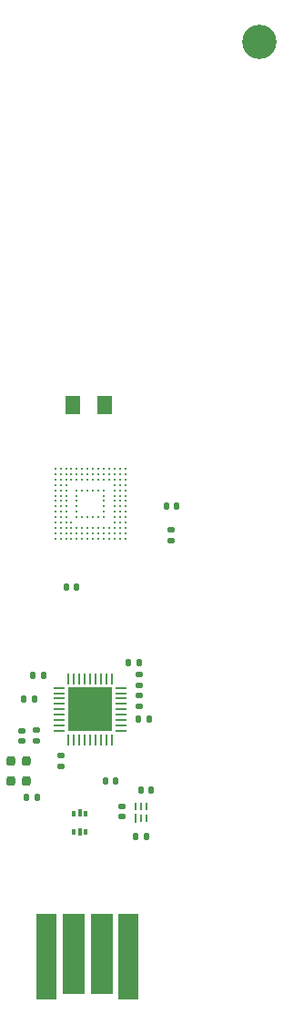
<source format=gts>
%TF.GenerationSoftware,KiCad,Pcbnew,8.0.4*%
%TF.CreationDate,2024-11-17T15:32:07-07:00*%
%TF.ProjectId,chrimbus2023,63687269-6d62-4757-9332-3032332e6b69,rev?*%
%TF.SameCoordinates,Original*%
%TF.FileFunction,Soldermask,Top*%
%TF.FilePolarity,Negative*%
%FSLAX46Y46*%
G04 Gerber Fmt 4.6, Leading zero omitted, Abs format (unit mm)*
G04 Created by KiCad (PCBNEW 8.0.4) date 2024-11-17 15:32:07*
%MOMM*%
%LPD*%
G01*
G04 APERTURE LIST*
G04 Aperture macros list*
%AMRoundRect*
0 Rectangle with rounded corners*
0 $1 Rounding radius*
0 $2 $3 $4 $5 $6 $7 $8 $9 X,Y pos of 4 corners*
0 Add a 4 corners polygon primitive as box body*
4,1,4,$2,$3,$4,$5,$6,$7,$8,$9,$2,$3,0*
0 Add four circle primitives for the rounded corners*
1,1,$1+$1,$2,$3*
1,1,$1+$1,$4,$5*
1,1,$1+$1,$6,$7*
1,1,$1+$1,$8,$9*
0 Add four rect primitives between the rounded corners*
20,1,$1+$1,$2,$3,$4,$5,0*
20,1,$1+$1,$4,$5,$6,$7,0*
20,1,$1+$1,$6,$7,$8,$9,0*
20,1,$1+$1,$8,$9,$2,$3,0*%
G04 Aperture macros list end*
%ADD10RoundRect,0.062500X0.062500X-0.475000X0.062500X0.475000X-0.062500X0.475000X-0.062500X-0.475000X0*%
%ADD11RoundRect,0.062500X0.475000X-0.062500X0.475000X0.062500X-0.475000X0.062500X-0.475000X-0.062500X0*%
%ADD12R,4.100000X4.100000*%
%ADD13RoundRect,0.140000X-0.140000X-0.170000X0.140000X-0.170000X0.140000X0.170000X-0.140000X0.170000X0*%
%ADD14R,0.375000X0.500000*%
%ADD15R,0.300000X0.650000*%
%ADD16RoundRect,0.140000X0.140000X0.170000X-0.140000X0.170000X-0.140000X-0.170000X0.140000X-0.170000X0*%
%ADD17RoundRect,0.140000X-0.170000X0.140000X-0.170000X-0.140000X0.170000X-0.140000X0.170000X0.140000X0*%
%ADD18RoundRect,0.200000X0.200000X0.250000X-0.200000X0.250000X-0.200000X-0.250000X0.200000X-0.250000X0*%
%ADD19R,1.900000X8.000000*%
%ADD20R,2.000000X7.500000*%
%ADD21RoundRect,0.135000X-0.185000X0.135000X-0.185000X-0.135000X0.185000X-0.135000X0.185000X0.135000X0*%
%ADD22C,0.290000*%
%ADD23R,0.280000X0.850000*%
%ADD24R,0.280000X0.750000*%
%ADD25C,3.200000*%
%ADD26RoundRect,0.135000X0.135000X0.185000X-0.135000X0.185000X-0.135000X-0.185000X0.135000X-0.185000X0*%
%ADD27RoundRect,0.250001X0.462499X0.624999X-0.462499X0.624999X-0.462499X-0.624999X0.462499X-0.624999X0*%
%ADD28RoundRect,0.135000X0.185000X-0.135000X0.185000X0.135000X-0.185000X0.135000X-0.185000X-0.135000X0*%
G04 APERTURE END LIST*
D10*
X72715234Y-133270799D03*
X73215234Y-133270799D03*
X73715234Y-133270799D03*
X74215234Y-133270799D03*
X74715234Y-133270799D03*
X75215234Y-133270799D03*
X75715234Y-133270799D03*
X76215234Y-133270799D03*
X76715234Y-133270799D03*
D11*
X77552734Y-132433299D03*
X77552734Y-131933299D03*
X77552734Y-131433299D03*
X77552734Y-130933299D03*
X77552734Y-130433299D03*
X77552734Y-129933299D03*
X77552734Y-129433299D03*
X77552734Y-128933299D03*
X77552734Y-128433299D03*
D10*
X76715234Y-127595799D03*
X76215234Y-127595799D03*
X75715234Y-127595799D03*
X75215234Y-127595799D03*
X74715234Y-127595799D03*
X74215234Y-127595799D03*
X73715234Y-127595799D03*
X73215234Y-127595799D03*
X72715234Y-127595799D03*
D11*
X71877734Y-128433299D03*
X71877734Y-128933299D03*
X71877734Y-129433299D03*
X71877734Y-129933299D03*
X71877734Y-130433299D03*
X71877734Y-130933299D03*
X71877734Y-131433299D03*
X71877734Y-131933299D03*
X71877734Y-132433299D03*
D12*
X74715234Y-130433299D03*
D13*
X68815634Y-138611499D03*
X69775634Y-138611499D03*
D14*
X73215634Y-141811499D03*
D15*
X73753134Y-141886499D03*
D14*
X74290634Y-141811499D03*
X74290634Y-140111499D03*
D15*
X73753134Y-140036499D03*
D14*
X73215634Y-140111499D03*
D16*
X82755634Y-111561499D03*
X81795634Y-111561499D03*
D17*
X79275634Y-129181499D03*
X79275634Y-130141499D03*
D18*
X68809834Y-137123099D03*
X68809834Y-135273099D03*
X67359834Y-135273099D03*
X67359834Y-137123099D03*
D16*
X79255634Y-126061499D03*
X78295634Y-126061499D03*
D17*
X68364234Y-132416099D03*
X68364234Y-133376099D03*
D19*
X78300000Y-153440000D03*
D20*
X75790000Y-153190000D03*
X73190000Y-153190000D03*
D19*
X70680000Y-153440000D03*
D21*
X71971034Y-134720899D03*
X71971034Y-135740899D03*
D22*
X71475634Y-114561499D03*
X71475634Y-113561499D03*
X71475634Y-113061499D03*
X71475634Y-112561499D03*
X71475634Y-112061499D03*
X71475634Y-110561499D03*
X71475634Y-110061499D03*
X71475634Y-109561499D03*
X71475634Y-109061499D03*
X71475634Y-108561499D03*
X71475634Y-108061499D03*
X71975634Y-114561499D03*
X71975634Y-114061499D03*
X71475634Y-114061499D03*
X71975634Y-113561499D03*
X72975634Y-114561499D03*
X72975634Y-114061499D03*
X72475634Y-113561499D03*
X71975634Y-113061499D03*
X71975634Y-112561499D03*
X72475634Y-112561499D03*
X71975634Y-112061499D03*
X71975634Y-111561499D03*
X71475634Y-111061499D03*
X71975634Y-111061499D03*
X71975634Y-110561499D03*
X71975634Y-110061499D03*
X71975634Y-109561499D03*
X71975634Y-109061499D03*
X71975634Y-108561499D03*
X71975634Y-108061499D03*
X72475634Y-114561499D03*
X72475634Y-114061499D03*
X72475634Y-113061499D03*
X72975634Y-113061499D03*
X72475634Y-112061499D03*
X72475634Y-111561499D03*
X72475634Y-111061499D03*
X72475634Y-110561499D03*
X72475634Y-110061499D03*
X72475634Y-109561499D03*
X72475634Y-109061499D03*
X72475634Y-108561499D03*
X72475634Y-108061499D03*
X72975634Y-113561499D03*
X72975634Y-109061499D03*
X72975634Y-108561499D03*
X72975634Y-108061499D03*
X73475634Y-114561499D03*
X73475634Y-114061499D03*
X73475634Y-113561499D03*
X73475634Y-112561499D03*
X73475634Y-112061499D03*
X73475634Y-111561499D03*
X73475634Y-111061499D03*
X73475634Y-110561499D03*
X73475634Y-110061499D03*
X73475634Y-109061499D03*
X73475634Y-108561499D03*
X73475634Y-108061499D03*
X73975634Y-114561499D03*
X73975634Y-114061499D03*
X73975634Y-113561499D03*
X73975634Y-112561499D03*
X73975634Y-110061499D03*
X73975634Y-109061499D03*
X73975634Y-108561499D03*
X73975634Y-108061499D03*
X74475634Y-114561499D03*
X74475634Y-114061499D03*
X74475634Y-113561499D03*
X74475634Y-112561499D03*
X74475634Y-110061499D03*
X74475634Y-109061499D03*
X74475634Y-108561499D03*
X74475634Y-108061499D03*
X74975634Y-114561499D03*
X74975634Y-114061499D03*
X74975634Y-113561499D03*
X74975634Y-112561499D03*
X74975634Y-110061499D03*
X74975634Y-109061499D03*
X74975634Y-108561499D03*
X74975634Y-108061499D03*
X75475634Y-114561499D03*
X75475634Y-114061499D03*
X75475634Y-113561499D03*
X75475634Y-112561499D03*
X75475634Y-110061499D03*
X75475634Y-109061499D03*
X75475634Y-108561499D03*
X75475634Y-108061499D03*
X75975634Y-114561499D03*
X75975634Y-114061499D03*
X75975634Y-113561499D03*
X75975634Y-112561499D03*
X75975634Y-112061499D03*
X75975634Y-111561499D03*
X75975634Y-111061499D03*
X75975634Y-110561499D03*
X75975634Y-110061499D03*
X75975634Y-109061499D03*
X75975634Y-108561499D03*
X75975634Y-108061499D03*
X76475634Y-114561499D03*
X76475634Y-114061499D03*
X76475634Y-113561499D03*
X76475634Y-109061499D03*
X76475634Y-108561499D03*
X76475634Y-108061499D03*
X76975634Y-114561499D03*
X76975634Y-114061499D03*
X76975634Y-113561499D03*
X76975634Y-113061499D03*
X76975634Y-112561499D03*
X76975634Y-112061499D03*
X76975634Y-111561499D03*
X76975634Y-111061499D03*
X76975634Y-110561499D03*
X76975634Y-110061499D03*
X76975634Y-109561499D03*
X76975634Y-109061499D03*
X76975634Y-108561499D03*
X76975634Y-108061499D03*
X77475634Y-114561499D03*
X77475634Y-114061499D03*
X77475634Y-113561499D03*
X77475634Y-113061499D03*
X77475634Y-112561499D03*
X77475634Y-112061499D03*
X77475634Y-111561499D03*
X77475634Y-111061499D03*
X77475634Y-110561499D03*
X77475634Y-110061499D03*
X77475634Y-109561499D03*
X77475634Y-109061499D03*
X77475634Y-108561499D03*
X77475634Y-108061499D03*
X77975634Y-114561499D03*
X77975634Y-114061499D03*
X77975634Y-113561499D03*
X77975634Y-113061499D03*
X77975634Y-112561499D03*
X77975634Y-112061499D03*
X77975634Y-111561499D03*
X77975634Y-111061499D03*
X77975634Y-110561499D03*
X77975634Y-109561499D03*
X77975634Y-109061499D03*
X77975634Y-108561499D03*
X77975634Y-108061499D03*
X71475634Y-111561499D03*
X77975634Y-110061499D03*
D13*
X78984034Y-142268699D03*
X79944034Y-142268699D03*
D23*
X78964034Y-140558499D03*
D24*
X79464034Y-140608499D03*
X79964034Y-140608499D03*
X79964034Y-139458499D03*
X79464034Y-139458499D03*
X78964034Y-139458499D03*
D13*
X79469234Y-137976099D03*
X80429234Y-137976099D03*
D25*
X90425634Y-68311499D03*
D17*
X77686034Y-139477299D03*
X77686034Y-140437299D03*
D26*
X69545634Y-129461499D03*
X68525634Y-129461499D03*
D13*
X72495634Y-119061499D03*
X73455634Y-119061499D03*
D17*
X82225634Y-113751499D03*
X82225634Y-114711499D03*
D13*
X76145634Y-137061499D03*
X77105634Y-137061499D03*
D21*
X69735834Y-132384099D03*
X69735834Y-133404099D03*
D27*
X76050634Y-102111499D03*
X73075634Y-102111499D03*
D13*
X79215634Y-131311499D03*
X80175634Y-131311499D03*
D26*
X70385634Y-127261499D03*
X69365634Y-127261499D03*
D28*
X79275634Y-128211499D03*
X79275634Y-127191499D03*
M02*

</source>
